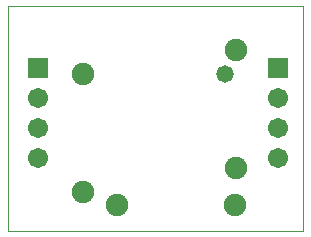
<source format=gbs>
G04 Layer_Color=16711935*
%FSLAX44Y44*%
%MOMM*%
G71*
G01*
G75*
%ADD15C,0.1000*%
%ADD27C,1.9032*%
%ADD28C,1.7032*%
%ADD29R,1.7032X1.7032*%
%ADD30C,1.4732*%
D15*
X0Y0D02*
Y190000D01*
X250000D01*
Y0D02*
Y190000D01*
X0Y0D02*
X250000D01*
D27*
X192240Y21590D02*
D03*
X92240D02*
D03*
X63500Y132550D02*
D03*
Y32550D02*
D03*
X193040Y152870D02*
D03*
Y52870D02*
D03*
D28*
X228600Y61900D02*
D03*
Y87300D02*
D03*
Y112700D02*
D03*
X25000Y61900D02*
D03*
Y87300D02*
D03*
Y112700D02*
D03*
D29*
X228600Y138100D02*
D03*
X25000D02*
D03*
D30*
X183540Y132740D02*
D03*
M02*

</source>
